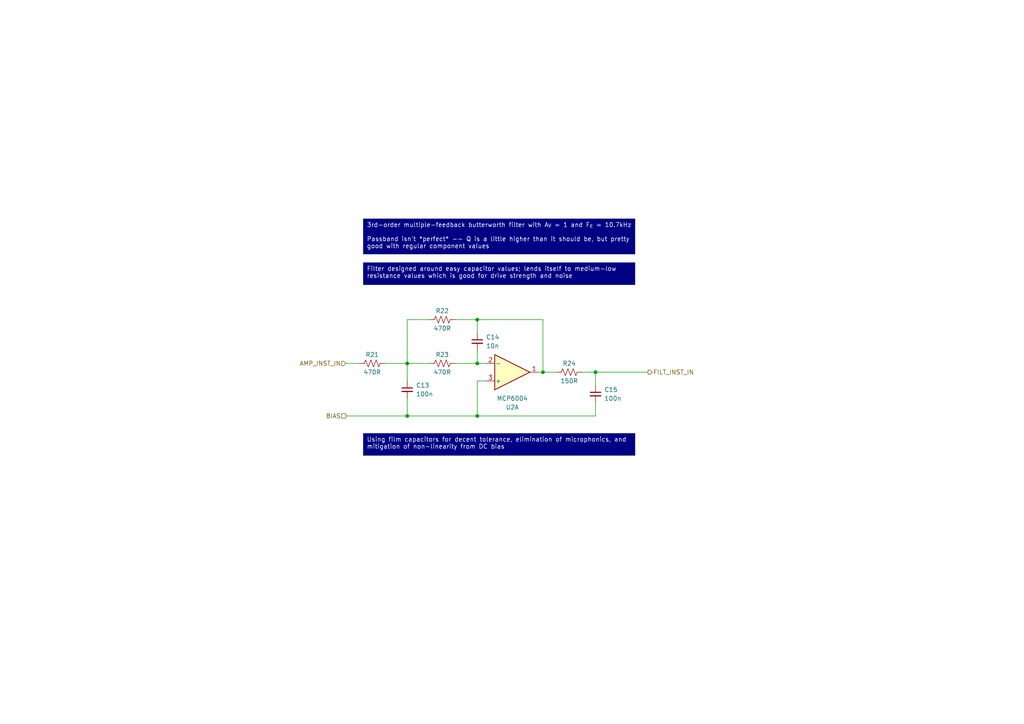
<source format=kicad_sch>
(kicad_sch (version 20230121) (generator eeschema)
  (paper "A4")
  (title_block (title "Digital Audio Effects Processor") (date "2023-11-26") (rev "A") (company "Ishaan Govindarajan"))
  (lib_symbols
    (symbol "Custom-AnalogIC:MCP6004" (pin_names (offset 0.127))
      (property "Reference" "U" (at 0 5.08 0))
      (property "Value" "MCP6004" (at 0 -5.08 0))
      (symbol "MCP6004_1_1"
        (polyline (pts (xy -5.08 5.08) (xy 5.08 0) (xy -5.08 -5.08) (xy -5.08 5.08)) (stroke (width 0.254)) (fill (type background)))
        (pin output line (at 7.62 0 180) (length 2.54) (name "~") (number "1"))
        (pin input line (at -7.62 -2.54 0) (length 2.54) (name "-") (number "2"))
        (pin input line (at -7.62 2.54 0) (length 2.54) (name "+") (number "3"))
      )
      (symbol "MCP6004_2_1"
        (polyline (pts (xy -5.08 5.08) (xy 5.08 0) (xy -5.08 -5.08) (xy -5.08 5.08)) (stroke (width 0.254)) (fill (type background)))
        (pin input line (at -7.62 2.54 0) (length 2.54) (name "+") (number "5"))
        (pin input line (at -7.62 -2.54 0) (length 2.54) (name "-") (number "6"))
        (pin output line (at 7.62 0 180) (length 2.54) (name "~") (number "7"))
      )
      (symbol "MCP6004_3_1"
        (polyline (pts (xy -5.08 5.08) (xy 5.08 0) (xy -5.08 -5.08) (xy -5.08 5.08)) (stroke (width 0.254)) (fill (type background)))
        (pin input line (at -7.62 2.54 0) (length 2.54) (name "+") (number "10"))
        (pin output line (at 7.62 0 180) (length 2.54) (name "~") (number "8"))
        (pin input line (at -7.62 -2.54 0) (length 2.54) (name "-") (number "9"))
      )
      (symbol "MCP6004_4_1"
        (polyline (pts (xy -5.08 5.08) (xy 5.08 0) (xy -5.08 -5.08) (xy -5.08 5.08)) (stroke (width 0.254)) (fill (type background)))
        (pin input line (at -7.62 2.54 0) (length 2.54) (name "+") (number "12"))
        (pin input line (at -7.62 -2.54 0) (length 2.54) (name "-") (number "13"))
        (pin output line (at 7.62 0 180) (length 2.54) (name "~") (number "14"))
      )
      (symbol "MCP6004_5_1"
        (pin power_in line (at -2.54 -7.62 90) (length 3.81) (name "V-") (number "11"))
        (pin power_in line (at -2.54 7.62 270) (length 3.81) (name "V+") (number "4"))
      )
    )
    (symbol "Custom-CapacitorTHT:R82DC3100AA50J" (pin_numbers hide) (pin_names (offset 0.254) hide)
      (property "Reference" "C" (at 0.254 1.778 0))
      (property "Value" "100n" (at 0.254 -2.032 0))
      (symbol "R82DC3100AA50J_0_1"
        (polyline (pts (xy -1.524 -0.508) (xy 1.524 -0.508)) (stroke (width 0.3302)))
        (polyline (pts (xy -1.524 0.508) (xy 1.524 0.508)) (stroke (width 0.3048)))
      )
      (symbol "R82DC3100AA50J_1_1"
        (pin passive line (at 0 2.54 270) (length 2.032) (name "~") (number "1"))
        (pin passive line (at 0 -2.54 90) (length 2.032) (name "~") (number "2"))
      )
    )
    (symbol "Custom-CapacitorTHT:R82EC2100AA50J" (pin_numbers hide) (pin_names (offset 0.254) hide)
      (property "Reference" "C" (at 0.254 1.778 0))
      (property "Value" "10n" (at 0.254 -2.032 0))
      (symbol "R82EC2100AA50J_0_1"
        (polyline (pts (xy -1.524 -0.508) (xy 1.524 -0.508)) (stroke (width 0.3302)))
        (polyline (pts (xy -1.524 0.508) (xy 1.524 0.508)) (stroke (width 0.3048)))
      )
      (symbol "R82EC2100AA50J_1_1"
        (pin passive line (at 0 2.54 270) (length 2.032) (name "~") (number "1"))
        (pin passive line (at 0 -2.54 90) (length 2.032) (name "~") (number "2"))
      )
    )
    (symbol "Custom-ResistorTHT:MFR-25FRF52-150R" (pin_numbers hide) (pin_names (offset 0))
      (property "Reference" "R" (at 2.54 0 90))
      (property "Value" "150R" (at -2.54 0 90))
      (symbol "MFR-25FRF52-150R_0_1"
        (polyline (pts (xy 0 -2.286) (xy 0 -2.54)))
        (polyline (pts (xy 0 2.286) (xy 0 2.54)))
        (polyline (pts (xy 0 -0.762) (xy 1.016 -1.143) (xy 0 -1.524) (xy -1.016 -1.905) (xy 0 -2.286)))
        (polyline (pts (xy 0 0.762) (xy 1.016 0.381) (xy 0 0) (xy -1.016 -0.381) (xy 0 -0.762)))
        (polyline (pts (xy 0 2.286) (xy 1.016 1.905) (xy 0 1.524) (xy -1.016 1.143) (xy 0 0.762)))
      )
      (symbol "MFR-25FRF52-150R_1_1"
        (pin passive line (at 0 3.81 270) (length 1.27) (name "~") (number "1"))
        (pin passive line (at 0 -3.81 90) (length 1.27) (name "~") (number "2"))
      )
    )
    (symbol "Custom-ResistorTHT:MFR-25FRF52-470R" (pin_numbers hide) (pin_names (offset 0))
      (property "Reference" "R" (at 2.54 0 90))
      (property "Value" "470R" (at -2.54 0 90))
      (symbol "MFR-25FRF52-470R_0_1"
        (polyline (pts (xy 0 -2.286) (xy 0 -2.54)))
        (polyline (pts (xy 0 2.286) (xy 0 2.54)))
        (polyline (pts (xy 0 -0.762) (xy 1.016 -1.143) (xy 0 -1.524) (xy -1.016 -1.905) (xy 0 -2.286)))
        (polyline (pts (xy 0 0.762) (xy 1.016 0.381) (xy 0 0) (xy -1.016 -0.381) (xy 0 -0.762)))
        (polyline (pts (xy 0 2.286) (xy 1.016 1.905) (xy 0 1.524) (xy -1.016 1.143) (xy 0 0.762)))
      )
      (symbol "MFR-25FRF52-470R_1_1"
        (pin passive line (at 0 3.81 270) (length 1.27) (name "~") (number "1"))
        (pin passive line (at 0 -3.81 90) (length 1.27) (name "~") (number "2"))
      )
    )
  )
  (junction (at 157.48 107.95))
  (junction (at 138.43 105.41))
  (junction (at 118.11 105.41))
  (junction (at 138.43 120.65))
  (junction (at 118.11 120.65))
  (junction (at 138.43 92.71))
  (junction (at 172.72 107.95))
  (wire (pts (xy 172.72 107.95) (xy 172.72 111.76)))
  (wire (pts (xy 138.43 92.71) (xy 157.48 92.71)))
  (wire (pts (xy 157.48 107.95) (xy 156.21 107.95)))
  (wire (pts (xy 118.11 105.41) (xy 118.11 92.71)))
  (wire (pts (xy 138.43 110.49) (xy 138.43 120.65)))
  (wire (pts (xy 100.33 105.41) (xy 104.14 105.41)))
  (wire (pts (xy 132.08 105.41) (xy 138.43 105.41)))
  (wire (pts (xy 157.48 107.95) (xy 161.29 107.95)))
  (wire (pts (xy 157.48 92.71) (xy 157.48 107.95)))
  (wire (pts (xy 118.11 110.49) (xy 118.11 105.41)))
  (wire (pts (xy 138.43 110.49) (xy 140.97 110.49)))
  (wire (pts (xy 132.08 92.71) (xy 138.43 92.71)))
  (wire (pts (xy 172.72 107.95) (xy 187.96 107.95)))
  (wire (pts (xy 172.72 120.65) (xy 138.43 120.65)))
  (wire (pts (xy 118.11 115.57) (xy 118.11 120.65)))
  (wire (pts (xy 118.11 105.41) (xy 124.46 105.41)))
  (wire (pts (xy 172.72 116.84) (xy 172.72 120.65)))
  (wire (pts (xy 118.11 120.65) (xy 138.43 120.65)))
  (wire (pts (xy 138.43 105.41) (xy 140.97 105.41)))
  (wire (pts (xy 138.43 92.71) (xy 138.43 96.52)))
  (wire (pts (xy 138.43 101.6) (xy 138.43 105.41)))
  (wire (pts (xy 100.33 120.65) (xy 118.11 120.65)))
  (wire (pts (xy 168.91 107.95) (xy 172.72 107.95)))
  (wire (pts (xy 118.11 92.71) (xy 124.46 92.71)))
  (wire (pts (xy 111.76 105.41) (xy 118.11 105.41)))
  (text_box "Filter designed around easy capacitor values; lends itself to medium-low resistance values which is good for drive strength and noise" (at 105.41 76.2 0) (size 78.74 6.35) (stroke (width 0) (color 0 0 72 1)) (fill (type color) (color 0 0 132 1)) (effects (font (size 1.27 1.27)) (justify left top)))
  (text_box "3rd-order multiple-feedback butterworth filter with A_{V} = 1 and F_{c} = 10.7kHz\n\nPassband isn't *perfect* -- Q is a little higher than it should be, but pretty good with regular component values" (at 105.41 63.5 0) (size 78.74 10.16) (stroke (width 0) (color 0 0 72 1)) (fill (type color) (color 0 0 132 1)) (effects (font (size 1.27 1.27)) (justify left top)))
  (text_box "Using film capacitors for decent tolerance, elimination of microphonics, and mitigation of non-linearity from DC bias" (at 105.41 125.73 0) (size 78.74 6.35) (stroke (width 0) (color 0 0 72 1)) (fill (type color) (color 0 0 132 1)) (effects (font (size 1.27 1.27)) (justify left top)))
  (hierarchical_label "FILT_INST_IN" (shape output) (at 187.96 107.95 0))
  (hierarchical_label "BIAS" (shape passive) (at 100.33 120.65 180))
  (hierarchical_label "AMP_INST_IN" (shape input) (at 100.33 105.41 180))
  (symbol (lib_id "Custom-CapacitorTHT:R82DC3100AA50J") (at 118.11 113.03 0) (unit 1)
    (property "Reference" "C13" (at 120.65 111.7663 0) (effects (justify left)))
    (property "Value" "100n" (at 120.65 114.3063 0) (effects (justify left)))
    (property "Footprint" "Custom-RLC:C_Rect_L7.2mm_W2.5mm_H6.6mm_P5.00mm_MODIFIED" (effects hide))
    (property "Datasheet" "https://connect.kemet.com:7667/gateway/IntelliData-ComponentDocumentation/1.0/download/datasheet/R82EC2100AA50J" (effects hide))
    (property "Manufacturer" "KEMET" (effects hide))
    (property "Part Number" "R82DC3100AA50J" (effects hide))
  )
  (symbol (lib_id "Custom-ResistorTHT:MFR-25FRF52-470R") (at 107.95 105.41 90) (unit 1)
    (property "Reference" "R21" (at 107.95 102.87 90))
    (property "Value" "470R" (at 107.95 107.95 90))
    (property "Footprint" "Resistor_THT:R_Axial_DIN0207_L6.3mm_D2.5mm_P10.16mm_Horizontal" (effects hide))
    (property "Datasheet" "https://www.yageo.com/upload/media/product/productsearch/datasheet/lr/YAGEO%20MFR_datasheet_2023v3.pdf" (effects hide))
    (property "Manufacturer" "YAGEO" (effects hide))
    (property "Part Number" "MFR-25FRF52-470R" (effects hide))
  )
  (symbol (lib_id "Custom-CapacitorTHT:R82DC3100AA50J") (at 172.72 114.3 0) (unit 1)
    (property "Reference" "C15" (at 175.26 113.0363 0) (effects (justify left)))
    (property "Value" "100n" (at 175.26 115.5763 0) (effects (justify left)))
    (property "Footprint" "Custom-RLC:C_Rect_L7.2mm_W2.5mm_H6.6mm_P5.00mm_MODIFIED" (effects hide))
    (property "Datasheet" "https://connect.kemet.com:7667/gateway/IntelliData-ComponentDocumentation/1.0/download/datasheet/R82EC2100AA50J" (effects hide))
    (property "Manufacturer" "KEMET" (effects hide))
    (property "Part Number" "R82DC3100AA50J" (effects hide))
  )
  (symbol (lib_id "Custom-AnalogIC:MCP6004") (at 148.59 107.95 0) (mirror x) (unit 1)
    (property "Reference" "U2" (at 148.59 118.11 0))
    (property "Value" "MCP6004" (at 148.59 115.57 0))
    (property "Footprint" "Custom-IC:DIP-14_W7.62mm_Socket_LongPads_IC" (effects hide))
    (property "Datasheet" "https://ww1.microchip.com/downloads/en/DeviceDoc/MCP6001-1R-1U-2-4-1-MHz-Low-Power-Op-Amp-DS20001733L.pdf" (effects hide))
    (property "Manufacturer" "Microchip Technology" (effects hide))
    (property "Part Number" "MCP6004-I/P" (effects hide))
  )
  (symbol (lib_id "Custom-ResistorTHT:MFR-25FRF52-470R") (at 128.27 92.71 90) (unit 1)
    (property "Reference" "R22" (at 128.27 90.17 90))
    (property "Value" "470R" (at 128.27 95.25 90))
    (property "Footprint" "Resistor_THT:R_Axial_DIN0207_L6.3mm_D2.5mm_P10.16mm_Horizontal" (effects hide))
    (property "Datasheet" "https://www.yageo.com/upload/media/product/productsearch/datasheet/lr/YAGEO%20MFR_datasheet_2023v3.pdf" (effects hide))
    (property "Manufacturer" "YAGEO" (effects hide))
    (property "Part Number" "MFR-25FRF52-470R" (effects hide))
  )
  (symbol (lib_id "Custom-CapacitorTHT:R82EC2100AA50J") (at 138.43 99.06 0) (unit 1)
    (property "Reference" "C14" (at 140.97 97.7963 0) (effects (justify left)))
    (property "Value" "10n" (at 140.97 100.3363 0) (effects (justify left)))
    (property "Footprint" "Custom-RLC:C_Rect_L7.2mm_W2.5mm_H6.6mm_P5.00mm_MODIFIED" (effects hide))
    (property "Datasheet" "https://connect.kemet.com:7667/gateway/IntelliData-ComponentDocumentation/1.0/download/datasheet/R82EC2100AA50J" (effects hide))
    (property "Manufacturer" "KEMET" (effects hide))
    (property "Part Number" "R82EC2100AA50J" (effects hide))
  )
  (symbol (lib_id "Custom-ResistorTHT:MFR-25FRF52-150R") (at 165.1 107.95 90) (unit 1)
    (property "Reference" "R24" (at 165.1 105.41 90))
    (property "Value" "150R" (at 165.1 110.49 90))
    (property "Footprint" "Resistor_THT:R_Axial_DIN0207_L6.3mm_D2.5mm_P10.16mm_Horizontal" (effects hide))
    (property "Datasheet" "https://www.yageo.com/upload/media/product/productsearch/datasheet/lr/YAGEO%20MFR_datasheet_2023v3.pdf" (effects hide))
    (property "Manufacturer" "YAGEO" (effects hide))
    (property "Part Number" "MFR-25FRF52-150R" (effects hide))
  )
  (symbol (lib_id "Custom-ResistorTHT:MFR-25FRF52-470R") (at 128.27 105.41 90) (unit 1)
    (property "Reference" "R23" (at 128.27 102.87 90))
    (property "Value" "470R" (at 128.27 107.95 90))
    (property "Footprint" "Resistor_THT:R_Axial_DIN0207_L6.3mm_D2.5mm_P10.16mm_Horizontal" (effects hide))
    (property "Datasheet" "https://www.yageo.com/upload/media/product/productsearch/datasheet/lr/YAGEO%20MFR_datasheet_2023v3.pdf" (effects hide))
    (property "Manufacturer" "YAGEO" (effects hide))
    (property "Part Number" "MFR-25FRF52-470R" (effects hide))
  )
)
</source>
